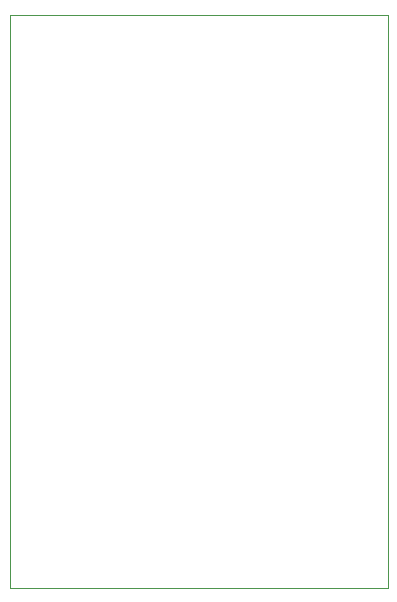
<source format=gm1>
G04*
G04 #@! TF.GenerationSoftware,Altium Limited,Altium Designer,20.0.11 (256)*
G04*
G04 Layer_Color=16711935*
%FSLAX25Y25*%
%MOIN*%
G70*
G01*
G75*
%ADD102C,0.00100*%
D102*
X0Y0D02*
X125984D01*
X0Y190945D02*
X125984D01*
Y0D02*
Y190945D01*
X0Y0D02*
Y190945D01*
M02*

</source>
